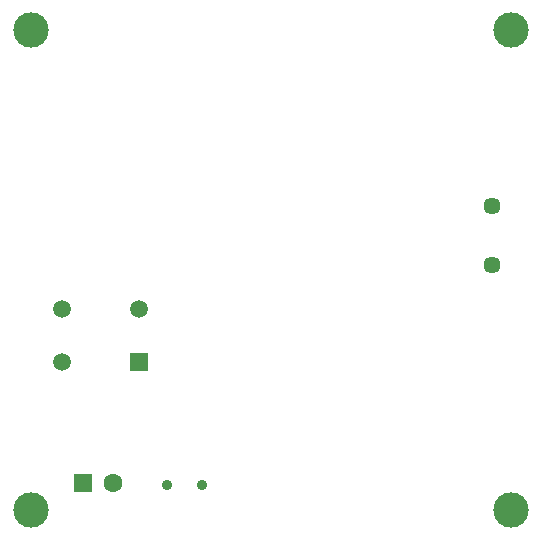
<source format=gbr>
G04*
G04 #@! TF.GenerationSoftware,Altium Limited,Altium Designer,24.8.2 (39)*
G04*
G04 Layer_Color=255*
%FSLAX26Y26*%
%MOIN*%
G70*
G04*
G04 #@! TF.SameCoordinates,943EF9C2-7E4B-4E9F-8D88-1E315B4C2DD2*
G04*
G04*
G04 #@! TF.FilePolarity,Positive*
G04*
G01*
G75*
%ADD56R,0.059055X0.059055*%
%ADD57C,0.059055*%
%ADD59C,0.057087*%
%ADD60C,0.062992*%
%ADD61R,0.062992X0.062992*%
%ADD62C,0.035433*%
%ADD68C,0.118110*%
D56*
X459953Y594417D02*
D03*
D57*
Y771583D02*
D03*
X204047D02*
D03*
Y594417D02*
D03*
D59*
X1636614Y919394D02*
D03*
Y1116244D02*
D03*
D60*
X375000Y192000D02*
D03*
D61*
X275000D02*
D03*
D62*
X553890Y184000D02*
D03*
X672000D02*
D03*
D68*
X100000Y100000D02*
D03*
Y1700000D02*
D03*
X1700000Y100000D02*
D03*
Y1700000D02*
D03*
M02*

</source>
